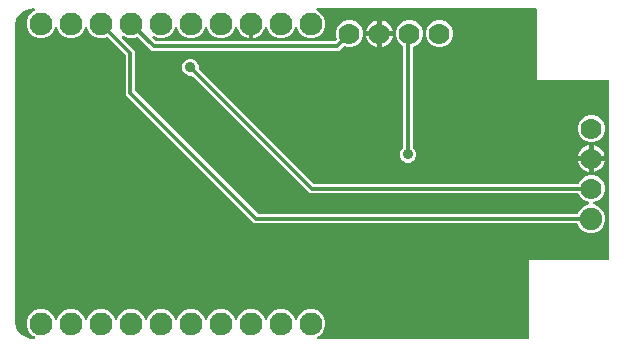
<source format=gbr>
G04 EAGLE Gerber RS-274X export*
G75*
%MOMM*%
%FSLAX34Y34*%
%LPD*%
%INBottom Copper*%
%IPPOS*%
%AMOC8*
5,1,8,0,0,1.08239X$1,22.5*%
G01*
%ADD10C,1.778000*%
%ADD11C,1.900000*%
%ADD12C,1.930400*%
%ADD13C,0.304800*%
%ADD14C,0.906400*%

G36*
X26442Y10173D02*
X26442Y10173D01*
X26528Y10175D01*
X26582Y10193D01*
X26638Y10201D01*
X26716Y10236D01*
X26798Y10262D01*
X26846Y10294D01*
X26898Y10317D01*
X26963Y10372D01*
X27034Y10420D01*
X27071Y10464D01*
X27115Y10500D01*
X27162Y10572D01*
X27217Y10638D01*
X27241Y10690D01*
X27272Y10737D01*
X27298Y10819D01*
X27333Y10898D01*
X27341Y10954D01*
X27358Y11008D01*
X27360Y11094D01*
X27372Y11179D01*
X27364Y11235D01*
X27365Y11292D01*
X27343Y11375D01*
X27331Y11461D01*
X27308Y11512D01*
X27293Y11567D01*
X27249Y11641D01*
X27214Y11720D01*
X27177Y11763D01*
X27148Y11812D01*
X27085Y11871D01*
X27030Y11936D01*
X26988Y11962D01*
X26941Y12006D01*
X26812Y12072D01*
X26745Y12114D01*
X25418Y12663D01*
X21989Y16093D01*
X20132Y20575D01*
X20132Y25425D01*
X21989Y29907D01*
X25418Y33336D01*
X29900Y35193D01*
X34750Y35193D01*
X39232Y33336D01*
X42662Y29907D01*
X44087Y26465D01*
X44102Y26440D01*
X44111Y26412D01*
X44174Y26318D01*
X44232Y26220D01*
X44253Y26200D01*
X44269Y26176D01*
X44356Y26103D01*
X44438Y26025D01*
X44464Y26012D01*
X44487Y25993D01*
X44590Y25947D01*
X44691Y25895D01*
X44720Y25889D01*
X44747Y25877D01*
X44859Y25862D01*
X44970Y25840D01*
X44999Y25842D01*
X45028Y25838D01*
X45140Y25855D01*
X45253Y25864D01*
X45280Y25875D01*
X45310Y25879D01*
X45413Y25926D01*
X45518Y25966D01*
X45542Y25984D01*
X45569Y25996D01*
X45655Y26070D01*
X45745Y26138D01*
X45763Y26161D01*
X45785Y26180D01*
X45827Y26247D01*
X45915Y26366D01*
X45937Y26424D01*
X45963Y26465D01*
X47388Y29907D01*
X50818Y33336D01*
X55300Y35193D01*
X60150Y35193D01*
X64632Y33336D01*
X68062Y29907D01*
X69487Y26465D01*
X69502Y26440D01*
X69511Y26412D01*
X69574Y26318D01*
X69632Y26220D01*
X69653Y26200D01*
X69669Y26176D01*
X69756Y26103D01*
X69838Y26025D01*
X69864Y26012D01*
X69887Y25993D01*
X69990Y25947D01*
X70091Y25895D01*
X70120Y25889D01*
X70147Y25877D01*
X70259Y25862D01*
X70370Y25840D01*
X70399Y25842D01*
X70428Y25838D01*
X70540Y25855D01*
X70653Y25864D01*
X70680Y25875D01*
X70709Y25879D01*
X70813Y25926D01*
X70918Y25966D01*
X70942Y25984D01*
X70969Y25996D01*
X71055Y26069D01*
X71145Y26138D01*
X71163Y26161D01*
X71185Y26180D01*
X71227Y26247D01*
X71315Y26366D01*
X71337Y26424D01*
X71363Y26465D01*
X72788Y29907D01*
X76218Y33336D01*
X80700Y35193D01*
X85550Y35193D01*
X90032Y33336D01*
X93462Y29907D01*
X94887Y26465D01*
X94902Y26440D01*
X94911Y26412D01*
X94974Y26318D01*
X95032Y26220D01*
X95053Y26200D01*
X95069Y26176D01*
X95156Y26103D01*
X95238Y26025D01*
X95264Y26012D01*
X95287Y25993D01*
X95390Y25947D01*
X95491Y25895D01*
X95520Y25889D01*
X95547Y25877D01*
X95659Y25862D01*
X95770Y25840D01*
X95799Y25842D01*
X95828Y25838D01*
X95940Y25855D01*
X96053Y25864D01*
X96080Y25875D01*
X96109Y25879D01*
X96213Y25926D01*
X96318Y25966D01*
X96342Y25984D01*
X96369Y25996D01*
X96455Y26069D01*
X96545Y26138D01*
X96563Y26161D01*
X96585Y26180D01*
X96627Y26247D01*
X96715Y26366D01*
X96737Y26424D01*
X96763Y26465D01*
X98188Y29907D01*
X101618Y33336D01*
X106100Y35193D01*
X110950Y35193D01*
X115432Y33336D01*
X118862Y29907D01*
X120287Y26465D01*
X120302Y26440D01*
X120311Y26412D01*
X120374Y26318D01*
X120432Y26220D01*
X120453Y26200D01*
X120469Y26176D01*
X120556Y26103D01*
X120638Y26025D01*
X120664Y26012D01*
X120687Y25993D01*
X120790Y25947D01*
X120891Y25895D01*
X120920Y25889D01*
X120947Y25877D01*
X121059Y25862D01*
X121170Y25840D01*
X121199Y25842D01*
X121228Y25838D01*
X121340Y25855D01*
X121453Y25864D01*
X121480Y25875D01*
X121509Y25879D01*
X121613Y25926D01*
X121718Y25966D01*
X121742Y25984D01*
X121769Y25996D01*
X121855Y26069D01*
X121945Y26138D01*
X121963Y26161D01*
X121985Y26180D01*
X122027Y26247D01*
X122115Y26366D01*
X122137Y26424D01*
X122163Y26465D01*
X123588Y29907D01*
X127018Y33336D01*
X131500Y35193D01*
X136350Y35193D01*
X140832Y33336D01*
X144262Y29907D01*
X145687Y26465D01*
X145702Y26440D01*
X145711Y26412D01*
X145774Y26318D01*
X145832Y26220D01*
X145853Y26200D01*
X145869Y26176D01*
X145956Y26103D01*
X146038Y26025D01*
X146064Y26012D01*
X146087Y25993D01*
X146190Y25947D01*
X146291Y25895D01*
X146320Y25889D01*
X146347Y25877D01*
X146459Y25862D01*
X146570Y25840D01*
X146599Y25842D01*
X146628Y25838D01*
X146740Y25855D01*
X146853Y25864D01*
X146880Y25875D01*
X146909Y25879D01*
X147013Y25926D01*
X147118Y25966D01*
X147142Y25984D01*
X147169Y25996D01*
X147255Y26069D01*
X147345Y26138D01*
X147363Y26161D01*
X147385Y26180D01*
X147427Y26247D01*
X147515Y26366D01*
X147537Y26424D01*
X147563Y26465D01*
X148988Y29907D01*
X152418Y33336D01*
X156900Y35193D01*
X161750Y35193D01*
X166232Y33336D01*
X169662Y29907D01*
X171087Y26465D01*
X171102Y26440D01*
X171111Y26412D01*
X171174Y26318D01*
X171232Y26220D01*
X171253Y26200D01*
X171269Y26176D01*
X171356Y26103D01*
X171438Y26025D01*
X171464Y26012D01*
X171487Y25993D01*
X171590Y25947D01*
X171691Y25895D01*
X171720Y25889D01*
X171747Y25877D01*
X171859Y25862D01*
X171970Y25840D01*
X171999Y25842D01*
X172028Y25838D01*
X172140Y25855D01*
X172253Y25864D01*
X172280Y25875D01*
X172309Y25879D01*
X172413Y25926D01*
X172518Y25966D01*
X172542Y25984D01*
X172569Y25996D01*
X172655Y26069D01*
X172745Y26138D01*
X172763Y26161D01*
X172785Y26180D01*
X172827Y26247D01*
X172915Y26366D01*
X172937Y26424D01*
X172963Y26465D01*
X174388Y29907D01*
X177818Y33336D01*
X182300Y35193D01*
X187150Y35193D01*
X191632Y33336D01*
X195062Y29907D01*
X196487Y26465D01*
X196502Y26440D01*
X196511Y26412D01*
X196574Y26318D01*
X196632Y26220D01*
X196653Y26200D01*
X196669Y26176D01*
X196756Y26103D01*
X196838Y26025D01*
X196864Y26012D01*
X196887Y25993D01*
X196990Y25947D01*
X197091Y25895D01*
X197120Y25889D01*
X197147Y25877D01*
X197259Y25862D01*
X197370Y25840D01*
X197399Y25842D01*
X197428Y25838D01*
X197540Y25855D01*
X197653Y25864D01*
X197680Y25875D01*
X197709Y25879D01*
X197813Y25926D01*
X197918Y25966D01*
X197942Y25984D01*
X197969Y25996D01*
X198055Y26069D01*
X198145Y26138D01*
X198163Y26161D01*
X198185Y26180D01*
X198227Y26247D01*
X198315Y26366D01*
X198337Y26424D01*
X198363Y26465D01*
X199788Y29907D01*
X203218Y33336D01*
X207700Y35193D01*
X212550Y35193D01*
X217032Y33336D01*
X220462Y29907D01*
X221887Y26465D01*
X221902Y26440D01*
X221911Y26412D01*
X221974Y26318D01*
X222032Y26220D01*
X222053Y26200D01*
X222069Y26176D01*
X222156Y26103D01*
X222238Y26025D01*
X222264Y26012D01*
X222287Y25993D01*
X222390Y25947D01*
X222491Y25895D01*
X222520Y25889D01*
X222547Y25877D01*
X222659Y25862D01*
X222770Y25840D01*
X222799Y25842D01*
X222828Y25838D01*
X222940Y25855D01*
X223053Y25864D01*
X223080Y25875D01*
X223109Y25879D01*
X223213Y25926D01*
X223318Y25966D01*
X223342Y25984D01*
X223369Y25996D01*
X223455Y26069D01*
X223545Y26138D01*
X223563Y26161D01*
X223585Y26180D01*
X223627Y26247D01*
X223715Y26366D01*
X223737Y26424D01*
X223763Y26465D01*
X225188Y29907D01*
X228618Y33336D01*
X233100Y35193D01*
X237950Y35193D01*
X242432Y33336D01*
X245862Y29907D01*
X247287Y26465D01*
X247302Y26440D01*
X247311Y26412D01*
X247374Y26318D01*
X247432Y26220D01*
X247453Y26200D01*
X247469Y26176D01*
X247556Y26103D01*
X247638Y26025D01*
X247664Y26012D01*
X247687Y25993D01*
X247790Y25947D01*
X247891Y25895D01*
X247920Y25889D01*
X247947Y25877D01*
X248059Y25862D01*
X248170Y25840D01*
X248199Y25842D01*
X248228Y25838D01*
X248340Y25855D01*
X248453Y25864D01*
X248480Y25875D01*
X248509Y25879D01*
X248613Y25926D01*
X248718Y25966D01*
X248742Y25984D01*
X248769Y25996D01*
X248855Y26069D01*
X248945Y26138D01*
X248963Y26161D01*
X248985Y26180D01*
X249027Y26247D01*
X249115Y26366D01*
X249137Y26424D01*
X249163Y26465D01*
X250588Y29907D01*
X254018Y33336D01*
X258500Y35193D01*
X263350Y35193D01*
X267832Y33336D01*
X271261Y29907D01*
X273118Y25425D01*
X273118Y20575D01*
X271261Y16093D01*
X267832Y12663D01*
X266505Y12114D01*
X266431Y12070D01*
X266352Y12035D01*
X266309Y11998D01*
X266260Y11969D01*
X266201Y11907D01*
X266135Y11851D01*
X266104Y11804D01*
X266065Y11763D01*
X266026Y11686D01*
X265978Y11615D01*
X265961Y11561D01*
X265935Y11510D01*
X265918Y11426D01*
X265892Y11344D01*
X265891Y11287D01*
X265880Y11231D01*
X265887Y11146D01*
X265885Y11060D01*
X265899Y11005D01*
X265904Y10948D01*
X265935Y10867D01*
X265957Y10785D01*
X265986Y10736D01*
X266006Y10683D01*
X266058Y10614D01*
X266102Y10540D01*
X266143Y10501D01*
X266178Y10456D01*
X266247Y10404D01*
X266309Y10346D01*
X266360Y10320D01*
X266405Y10286D01*
X266486Y10255D01*
X266562Y10216D01*
X266611Y10208D01*
X266671Y10185D01*
X266816Y10174D01*
X266893Y10161D01*
X444500Y10161D01*
X444558Y10169D01*
X444616Y10167D01*
X444698Y10189D01*
X444782Y10201D01*
X444835Y10224D01*
X444891Y10239D01*
X444964Y10282D01*
X445041Y10317D01*
X445086Y10355D01*
X445136Y10384D01*
X445194Y10446D01*
X445258Y10500D01*
X445290Y10549D01*
X445330Y10592D01*
X445369Y10667D01*
X445416Y10737D01*
X445433Y10793D01*
X445460Y10845D01*
X445471Y10913D01*
X445501Y11008D01*
X445504Y11108D01*
X445515Y11176D01*
X445515Y76455D01*
X512054Y76455D01*
X512112Y76463D01*
X512170Y76461D01*
X512252Y76483D01*
X512336Y76495D01*
X512389Y76519D01*
X512445Y76533D01*
X512518Y76576D01*
X512595Y76611D01*
X512640Y76649D01*
X512690Y76679D01*
X512748Y76740D01*
X512812Y76795D01*
X512844Y76843D01*
X512884Y76886D01*
X512923Y76961D01*
X512970Y77031D01*
X512987Y77087D01*
X513014Y77139D01*
X513025Y77207D01*
X513055Y77302D01*
X513058Y77402D01*
X513069Y77470D01*
X513069Y228600D01*
X513061Y228658D01*
X513063Y228716D01*
X513041Y228798D01*
X513029Y228882D01*
X513006Y228935D01*
X512991Y228991D01*
X512948Y229064D01*
X512913Y229141D01*
X512875Y229186D01*
X512846Y229236D01*
X512784Y229294D01*
X512730Y229358D01*
X512681Y229390D01*
X512638Y229430D01*
X512563Y229469D01*
X512493Y229516D01*
X512437Y229533D01*
X512385Y229560D01*
X512317Y229571D01*
X512222Y229601D01*
X512122Y229604D01*
X512054Y229615D01*
X451865Y229615D01*
X451865Y288824D01*
X451857Y288882D01*
X451859Y288940D01*
X451837Y289022D01*
X451825Y289106D01*
X451802Y289159D01*
X451787Y289215D01*
X451744Y289288D01*
X451709Y289365D01*
X451671Y289410D01*
X451642Y289460D01*
X451580Y289518D01*
X451526Y289582D01*
X451477Y289614D01*
X451434Y289654D01*
X451359Y289693D01*
X451289Y289740D01*
X451233Y289757D01*
X451181Y289784D01*
X451113Y289795D01*
X451018Y289825D01*
X450918Y289828D01*
X450850Y289839D01*
X266411Y289839D01*
X266325Y289827D01*
X266240Y289825D01*
X266185Y289807D01*
X266129Y289799D01*
X266051Y289764D01*
X265969Y289738D01*
X265922Y289706D01*
X265870Y289683D01*
X265804Y289628D01*
X265733Y289580D01*
X265696Y289536D01*
X265653Y289500D01*
X265605Y289428D01*
X265550Y289362D01*
X265527Y289310D01*
X265495Y289263D01*
X265469Y289181D01*
X265434Y289102D01*
X265426Y289046D01*
X265409Y288992D01*
X265407Y288906D01*
X265395Y288821D01*
X265403Y288765D01*
X265402Y288708D01*
X265424Y288625D01*
X265436Y288539D01*
X265459Y288488D01*
X265474Y288433D01*
X265518Y288359D01*
X265553Y288280D01*
X265590Y288237D01*
X265619Y288188D01*
X265682Y288129D01*
X265737Y288064D01*
X265779Y288038D01*
X265826Y287994D01*
X265956Y287928D01*
X266022Y287886D01*
X267832Y287137D01*
X271261Y283707D01*
X273118Y279225D01*
X273118Y274375D01*
X271261Y269893D01*
X267832Y266464D01*
X263350Y264607D01*
X258500Y264607D01*
X254018Y266464D01*
X250588Y269893D01*
X249163Y273335D01*
X249148Y273360D01*
X249139Y273388D01*
X249076Y273482D01*
X249018Y273580D01*
X248997Y273600D01*
X248981Y273624D01*
X248894Y273697D01*
X248812Y273775D01*
X248786Y273788D01*
X248763Y273807D01*
X248660Y273853D01*
X248559Y273905D01*
X248530Y273911D01*
X248503Y273923D01*
X248391Y273938D01*
X248280Y273960D01*
X248251Y273958D01*
X248222Y273962D01*
X248110Y273945D01*
X247997Y273936D01*
X247970Y273925D01*
X247941Y273921D01*
X247837Y273874D01*
X247732Y273834D01*
X247708Y273816D01*
X247681Y273804D01*
X247595Y273731D01*
X247505Y273662D01*
X247487Y273639D01*
X247465Y273620D01*
X247424Y273553D01*
X247335Y273434D01*
X247313Y273376D01*
X247287Y273335D01*
X245861Y269893D01*
X242432Y266464D01*
X237950Y264607D01*
X233100Y264607D01*
X228618Y266464D01*
X225189Y269893D01*
X223727Y273422D01*
X223692Y273482D01*
X223666Y273546D01*
X223620Y273604D01*
X223582Y273667D01*
X223532Y273714D01*
X223489Y273769D01*
X223429Y273811D01*
X223376Y273862D01*
X223314Y273894D01*
X223258Y273934D01*
X223188Y273959D01*
X223123Y273992D01*
X223055Y274006D01*
X222990Y274029D01*
X222916Y274033D01*
X222844Y274047D01*
X222775Y274041D01*
X222706Y274045D01*
X222634Y274029D01*
X222561Y274023D01*
X222496Y273998D01*
X222429Y273983D01*
X222364Y273947D01*
X222295Y273921D01*
X222240Y273879D01*
X222180Y273846D01*
X222127Y273794D01*
X222069Y273749D01*
X222027Y273694D01*
X221978Y273645D01*
X221950Y273590D01*
X221899Y273522D01*
X221858Y273413D01*
X221823Y273347D01*
X221424Y272120D01*
X220553Y270410D01*
X219425Y268857D01*
X218068Y267500D01*
X216515Y266372D01*
X214805Y265501D01*
X212980Y264907D01*
X212156Y264777D01*
X212156Y275784D01*
X212148Y275842D01*
X212150Y275900D01*
X212128Y275982D01*
X212116Y276065D01*
X212092Y276119D01*
X212078Y276175D01*
X212035Y276248D01*
X212000Y276325D01*
X211962Y276369D01*
X211932Y276420D01*
X211871Y276477D01*
X211816Y276542D01*
X211768Y276574D01*
X211725Y276614D01*
X211650Y276653D01*
X211580Y276699D01*
X211524Y276717D01*
X211472Y276744D01*
X211404Y276755D01*
X211309Y276785D01*
X211209Y276788D01*
X211141Y276799D01*
X209109Y276799D01*
X209051Y276791D01*
X208993Y276792D01*
X208911Y276771D01*
X208828Y276759D01*
X208774Y276735D01*
X208718Y276721D01*
X208645Y276678D01*
X208568Y276643D01*
X208523Y276605D01*
X208473Y276575D01*
X208415Y276514D01*
X208351Y276459D01*
X208319Y276411D01*
X208279Y276368D01*
X208240Y276293D01*
X208194Y276223D01*
X208176Y276167D01*
X208149Y276115D01*
X208138Y276047D01*
X208108Y275952D01*
X208105Y275852D01*
X208094Y275784D01*
X208094Y264777D01*
X207270Y264907D01*
X205445Y265501D01*
X203735Y266372D01*
X202182Y267500D01*
X200825Y268857D01*
X199697Y270410D01*
X198826Y272120D01*
X198427Y273347D01*
X198396Y273409D01*
X198375Y273475D01*
X198334Y273537D01*
X198302Y273603D01*
X198255Y273654D01*
X198217Y273711D01*
X198160Y273759D01*
X198111Y273813D01*
X198052Y273850D01*
X197999Y273894D01*
X197932Y273924D01*
X197869Y273963D01*
X197803Y273982D01*
X197740Y274010D01*
X197667Y274020D01*
X197596Y274040D01*
X197526Y274039D01*
X197458Y274049D01*
X197385Y274038D01*
X197311Y274038D01*
X197245Y274018D01*
X197177Y274008D01*
X197110Y273978D01*
X197039Y273957D01*
X196980Y273919D01*
X196918Y273891D01*
X196861Y273843D01*
X196799Y273804D01*
X196754Y273752D01*
X196701Y273707D01*
X196668Y273654D01*
X196612Y273590D01*
X196563Y273485D01*
X196523Y273422D01*
X195061Y269893D01*
X191632Y266464D01*
X187150Y264607D01*
X182300Y264607D01*
X177818Y266464D01*
X174388Y269893D01*
X172963Y273335D01*
X172948Y273360D01*
X172939Y273388D01*
X172876Y273482D01*
X172818Y273580D01*
X172797Y273600D01*
X172781Y273624D01*
X172694Y273697D01*
X172612Y273775D01*
X172586Y273788D01*
X172563Y273807D01*
X172460Y273853D01*
X172359Y273905D01*
X172330Y273911D01*
X172303Y273923D01*
X172191Y273938D01*
X172080Y273960D01*
X172051Y273958D01*
X172022Y273962D01*
X171910Y273945D01*
X171797Y273936D01*
X171770Y273925D01*
X171741Y273921D01*
X171637Y273874D01*
X171532Y273834D01*
X171508Y273816D01*
X171481Y273804D01*
X171395Y273731D01*
X171305Y273662D01*
X171287Y273639D01*
X171265Y273620D01*
X171224Y273553D01*
X171135Y273434D01*
X171113Y273376D01*
X171087Y273335D01*
X169661Y269893D01*
X166232Y266464D01*
X161750Y264607D01*
X156900Y264607D01*
X152418Y266464D01*
X148988Y269893D01*
X147563Y273335D01*
X147548Y273360D01*
X147539Y273388D01*
X147476Y273482D01*
X147418Y273580D01*
X147397Y273600D01*
X147381Y273624D01*
X147294Y273697D01*
X147212Y273775D01*
X147186Y273788D01*
X147163Y273807D01*
X147060Y273853D01*
X146959Y273905D01*
X146930Y273911D01*
X146903Y273923D01*
X146791Y273938D01*
X146680Y273960D01*
X146651Y273958D01*
X146622Y273962D01*
X146510Y273945D01*
X146397Y273936D01*
X146370Y273925D01*
X146341Y273921D01*
X146237Y273874D01*
X146132Y273834D01*
X146108Y273816D01*
X146081Y273804D01*
X145995Y273731D01*
X145905Y273662D01*
X145887Y273639D01*
X145865Y273620D01*
X145824Y273553D01*
X145735Y273434D01*
X145713Y273376D01*
X145687Y273335D01*
X144261Y269893D01*
X140832Y266464D01*
X136350Y264607D01*
X131500Y264607D01*
X127964Y266072D01*
X127881Y266093D01*
X127800Y266124D01*
X127744Y266129D01*
X127688Y266143D01*
X127603Y266140D01*
X127517Y266148D01*
X127461Y266136D01*
X127404Y266135D01*
X127322Y266109D01*
X127238Y266092D01*
X127188Y266065D01*
X127134Y266048D01*
X127062Y266000D01*
X126986Y265961D01*
X126945Y265921D01*
X126897Y265890D01*
X126842Y265824D01*
X126780Y265765D01*
X126751Y265716D01*
X126714Y265672D01*
X126680Y265594D01*
X126636Y265520D01*
X126622Y265464D01*
X126599Y265412D01*
X126587Y265327D01*
X126566Y265244D01*
X126568Y265187D01*
X126560Y265131D01*
X126572Y265046D01*
X126575Y264960D01*
X126593Y264906D01*
X126601Y264849D01*
X126636Y264771D01*
X126662Y264689D01*
X126691Y264649D01*
X126718Y264590D01*
X126812Y264480D01*
X126857Y264416D01*
X129101Y262172D01*
X129171Y262120D01*
X129235Y262060D01*
X129284Y262034D01*
X129329Y262001D01*
X129410Y261970D01*
X129488Y261930D01*
X129536Y261922D01*
X129594Y261900D01*
X129742Y261888D01*
X129819Y261875D01*
X280746Y261875D01*
X280832Y261887D01*
X280920Y261890D01*
X280972Y261907D01*
X281027Y261915D01*
X281107Y261950D01*
X281190Y261977D01*
X281230Y262005D01*
X281287Y262031D01*
X281400Y262127D01*
X281464Y262172D01*
X282538Y263246D01*
X282539Y263248D01*
X282540Y263249D01*
X282625Y263362D01*
X282709Y263474D01*
X282709Y263475D01*
X282710Y263476D01*
X282760Y263607D01*
X282810Y263739D01*
X282810Y263741D01*
X282811Y263742D01*
X282815Y263798D01*
X282818Y263805D01*
X282818Y263838D01*
X282822Y263877D01*
X282834Y264022D01*
X282833Y264024D01*
X282833Y264026D01*
X282830Y264041D01*
X282824Y264069D01*
X282825Y264090D01*
X282805Y264167D01*
X282778Y264301D01*
X282764Y264328D01*
X282758Y264353D01*
X282019Y266136D01*
X282019Y270684D01*
X283760Y274885D01*
X286975Y278100D01*
X291176Y279841D01*
X295724Y279841D01*
X299925Y278100D01*
X303140Y274885D01*
X304881Y270684D01*
X304881Y266136D01*
X303140Y261935D01*
X299925Y258720D01*
X295724Y256979D01*
X291176Y256979D01*
X289393Y257718D01*
X289391Y257718D01*
X289390Y257719D01*
X289257Y257753D01*
X289117Y257789D01*
X289116Y257789D01*
X289114Y257789D01*
X288974Y257785D01*
X288833Y257781D01*
X288832Y257780D01*
X288830Y257780D01*
X288697Y257737D01*
X288563Y257694D01*
X288561Y257693D01*
X288560Y257693D01*
X288548Y257684D01*
X288326Y257536D01*
X288307Y257512D01*
X288286Y257498D01*
X284534Y253745D01*
X126031Y253745D01*
X114272Y265505D01*
X114271Y265506D01*
X114270Y265507D01*
X114159Y265589D01*
X114045Y265676D01*
X114043Y265676D01*
X114042Y265677D01*
X113910Y265727D01*
X113779Y265777D01*
X113777Y265777D01*
X113776Y265778D01*
X113631Y265789D01*
X113496Y265800D01*
X113494Y265800D01*
X113493Y265800D01*
X113477Y265797D01*
X113217Y265745D01*
X113190Y265730D01*
X113165Y265725D01*
X110950Y264807D01*
X106100Y264807D01*
X102222Y266413D01*
X102139Y266435D01*
X102059Y266465D01*
X102002Y266470D01*
X101947Y266484D01*
X101861Y266482D01*
X101776Y266489D01*
X101720Y266478D01*
X101663Y266476D01*
X101581Y266450D01*
X101497Y266433D01*
X101446Y266407D01*
X101392Y266389D01*
X101321Y266342D01*
X101244Y266302D01*
X101203Y266263D01*
X101156Y266231D01*
X101101Y266165D01*
X101038Y266106D01*
X101010Y266057D01*
X100973Y266014D01*
X100938Y265935D01*
X100895Y265861D01*
X100881Y265806D01*
X100857Y265754D01*
X100846Y265669D01*
X100825Y265585D01*
X100826Y265529D01*
X100819Y265472D01*
X100831Y265387D01*
X100834Y265301D01*
X100851Y265247D01*
X100859Y265191D01*
X100895Y265113D01*
X100921Y265031D01*
X100950Y264990D01*
X100976Y264932D01*
X101070Y264821D01*
X101116Y264757D01*
X109336Y256537D01*
X112015Y253859D01*
X112015Y220544D01*
X112027Y220458D01*
X112030Y220370D01*
X112047Y220317D01*
X112055Y220263D01*
X112090Y220183D01*
X112117Y220100D01*
X112145Y220060D01*
X112171Y220003D01*
X112267Y219890D01*
X112312Y219826D01*
X215876Y116262D01*
X215946Y116210D01*
X216010Y116150D01*
X216059Y116124D01*
X216104Y116091D01*
X216185Y116060D01*
X216263Y116020D01*
X216311Y116012D01*
X216369Y115990D01*
X216517Y115978D01*
X216594Y115965D01*
X486131Y115965D01*
X486132Y115965D01*
X486134Y115965D01*
X486274Y115985D01*
X486412Y116005D01*
X486413Y116005D01*
X486415Y116005D01*
X486541Y116062D01*
X486671Y116121D01*
X486673Y116122D01*
X486674Y116123D01*
X486781Y116214D01*
X486888Y116304D01*
X486889Y116306D01*
X486891Y116307D01*
X486899Y116320D01*
X487046Y116541D01*
X487055Y116570D01*
X487068Y116591D01*
X487950Y118721D01*
X491337Y122108D01*
X495887Y123992D01*
X495912Y124007D01*
X495940Y124016D01*
X496034Y124079D01*
X496132Y124137D01*
X496152Y124158D01*
X496176Y124174D01*
X496249Y124261D01*
X496327Y124343D01*
X496341Y124369D01*
X496359Y124392D01*
X496406Y124496D01*
X496457Y124596D01*
X496463Y124625D01*
X496475Y124652D01*
X496490Y124764D01*
X496512Y124875D01*
X496510Y124904D01*
X496514Y124933D01*
X496498Y125046D01*
X496488Y125158D01*
X496477Y125186D01*
X496473Y125215D01*
X496427Y125318D01*
X496386Y125424D01*
X496368Y125447D01*
X496356Y125474D01*
X496283Y125560D01*
X496214Y125650D01*
X496191Y125668D01*
X496172Y125690D01*
X496105Y125732D01*
X495987Y125820D01*
X495928Y125843D01*
X495887Y125868D01*
X491683Y127609D01*
X488468Y130825D01*
X487729Y132609D01*
X487728Y132610D01*
X487728Y132611D01*
X487657Y132730D01*
X487584Y132853D01*
X487583Y132854D01*
X487582Y132856D01*
X487478Y132953D01*
X487378Y133049D01*
X487376Y133049D01*
X487375Y133050D01*
X487249Y133115D01*
X487125Y133179D01*
X487123Y133179D01*
X487122Y133180D01*
X487107Y133182D01*
X486846Y133234D01*
X486815Y133231D01*
X486791Y133235D01*
X259796Y133235D01*
X160372Y232660D01*
X160302Y232712D01*
X160238Y232772D01*
X160189Y232798D01*
X160144Y232831D01*
X160063Y232862D01*
X159985Y232902D01*
X159937Y232910D01*
X159879Y232932D01*
X159731Y232944D01*
X159654Y232957D01*
X157343Y232957D01*
X154744Y234034D01*
X152754Y236024D01*
X151677Y238623D01*
X151677Y241437D01*
X152754Y244036D01*
X154744Y246026D01*
X157343Y247103D01*
X160157Y247103D01*
X162756Y246026D01*
X164746Y244036D01*
X165823Y241437D01*
X165823Y239126D01*
X165835Y239040D01*
X165838Y238952D01*
X165855Y238900D01*
X165863Y238845D01*
X165898Y238765D01*
X165925Y238682D01*
X165953Y238642D01*
X165979Y238585D01*
X166075Y238472D01*
X166120Y238408D01*
X262866Y141662D01*
X262936Y141610D01*
X263000Y141550D01*
X263049Y141524D01*
X263094Y141491D01*
X263175Y141460D01*
X263253Y141420D01*
X263301Y141412D01*
X263359Y141390D01*
X263507Y141378D01*
X263584Y141365D01*
X486791Y141365D01*
X486792Y141365D01*
X486794Y141365D01*
X486934Y141385D01*
X487072Y141405D01*
X487074Y141405D01*
X487075Y141405D01*
X487201Y141462D01*
X487332Y141521D01*
X487333Y141522D01*
X487334Y141523D01*
X487441Y141614D01*
X487549Y141704D01*
X487550Y141706D01*
X487551Y141707D01*
X487559Y141720D01*
X487706Y141941D01*
X487716Y141970D01*
X487729Y141991D01*
X488468Y143775D01*
X491683Y146990D01*
X495884Y148731D01*
X500432Y148731D01*
X504633Y146990D01*
X507848Y143775D01*
X509589Y139574D01*
X509589Y135026D01*
X507848Y130825D01*
X504633Y127609D01*
X500429Y125868D01*
X500404Y125853D01*
X500376Y125844D01*
X500281Y125781D01*
X500184Y125724D01*
X500164Y125702D01*
X500140Y125686D01*
X500067Y125599D01*
X499989Y125517D01*
X499975Y125491D01*
X499957Y125468D01*
X499910Y125365D01*
X499859Y125264D01*
X499853Y125235D01*
X499841Y125209D01*
X499826Y125096D01*
X499804Y124985D01*
X499806Y124956D01*
X499802Y124927D01*
X499818Y124815D01*
X499828Y124702D01*
X499839Y124675D01*
X499843Y124646D01*
X499889Y124543D01*
X499930Y124437D01*
X499948Y124413D01*
X499960Y124387D01*
X500033Y124300D01*
X500102Y124210D01*
X500125Y124193D01*
X500144Y124170D01*
X500211Y124129D01*
X500329Y124040D01*
X500388Y124018D01*
X500429Y123992D01*
X504979Y122108D01*
X508366Y118721D01*
X510199Y114295D01*
X510199Y109505D01*
X508366Y105079D01*
X504979Y101692D01*
X500553Y99859D01*
X495763Y99859D01*
X491337Y101692D01*
X487950Y105079D01*
X487068Y107209D01*
X487068Y107210D01*
X487067Y107211D01*
X486996Y107332D01*
X486924Y107453D01*
X486923Y107454D01*
X486922Y107456D01*
X486818Y107553D01*
X486717Y107649D01*
X486716Y107649D01*
X486715Y107650D01*
X486589Y107715D01*
X486465Y107779D01*
X486463Y107779D01*
X486462Y107780D01*
X486447Y107782D01*
X486186Y107834D01*
X486155Y107831D01*
X486131Y107835D01*
X212806Y107835D01*
X103885Y216756D01*
X103885Y250071D01*
X103873Y250157D01*
X103870Y250245D01*
X103853Y250297D01*
X103845Y250352D01*
X103810Y250432D01*
X103783Y250515D01*
X103755Y250555D01*
X103729Y250612D01*
X103633Y250725D01*
X103588Y250789D01*
X88872Y265505D01*
X88871Y265506D01*
X88870Y265507D01*
X88759Y265589D01*
X88645Y265676D01*
X88643Y265676D01*
X88642Y265677D01*
X88510Y265727D01*
X88379Y265777D01*
X88377Y265777D01*
X88376Y265778D01*
X88231Y265789D01*
X88096Y265800D01*
X88094Y265800D01*
X88093Y265800D01*
X88077Y265797D01*
X87817Y265745D01*
X87790Y265730D01*
X87765Y265725D01*
X85550Y264807D01*
X80700Y264807D01*
X76218Y266664D01*
X72788Y270093D01*
X71363Y273535D01*
X71348Y273560D01*
X71339Y273588D01*
X71276Y273682D01*
X71218Y273780D01*
X71197Y273800D01*
X71181Y273824D01*
X71094Y273897D01*
X71012Y273975D01*
X70986Y273988D01*
X70963Y274007D01*
X70860Y274053D01*
X70759Y274105D01*
X70730Y274111D01*
X70703Y274123D01*
X70591Y274138D01*
X70480Y274160D01*
X70451Y274158D01*
X70422Y274162D01*
X70310Y274145D01*
X70197Y274136D01*
X70170Y274125D01*
X70141Y274121D01*
X70037Y274074D01*
X69932Y274034D01*
X69908Y274016D01*
X69881Y274004D01*
X69795Y273931D01*
X69705Y273862D01*
X69687Y273839D01*
X69665Y273820D01*
X69624Y273753D01*
X69535Y273634D01*
X69513Y273577D01*
X69495Y273549D01*
X69493Y273545D01*
X69487Y273535D01*
X68061Y270093D01*
X64632Y266664D01*
X60150Y264807D01*
X55300Y264807D01*
X50818Y266664D01*
X47388Y270093D01*
X45963Y273535D01*
X45948Y273560D01*
X45939Y273588D01*
X45876Y273682D01*
X45818Y273780D01*
X45797Y273800D01*
X45781Y273824D01*
X45694Y273897D01*
X45612Y273975D01*
X45586Y273988D01*
X45563Y274007D01*
X45460Y274053D01*
X45359Y274105D01*
X45330Y274111D01*
X45303Y274123D01*
X45191Y274138D01*
X45080Y274160D01*
X45051Y274158D01*
X45022Y274162D01*
X44910Y274145D01*
X44797Y274136D01*
X44770Y274125D01*
X44741Y274121D01*
X44637Y274074D01*
X44532Y274034D01*
X44508Y274016D01*
X44481Y274004D01*
X44395Y273931D01*
X44305Y273862D01*
X44287Y273839D01*
X44265Y273820D01*
X44224Y273753D01*
X44135Y273634D01*
X44113Y273577D01*
X44095Y273549D01*
X44093Y273545D01*
X44087Y273535D01*
X42661Y270093D01*
X39232Y266664D01*
X34750Y264807D01*
X29900Y264807D01*
X25418Y266664D01*
X21989Y270093D01*
X20132Y274575D01*
X20132Y279425D01*
X21989Y283907D01*
X25418Y287337D01*
X26745Y287886D01*
X26819Y287930D01*
X26897Y287965D01*
X26941Y288002D01*
X26990Y288031D01*
X27049Y288093D01*
X27114Y288149D01*
X27146Y288196D01*
X27185Y288237D01*
X27224Y288314D01*
X27272Y288385D01*
X27289Y288439D01*
X27315Y288490D01*
X27332Y288574D01*
X27358Y288656D01*
X27359Y288713D01*
X27370Y288769D01*
X27363Y288854D01*
X27365Y288940D01*
X27351Y288995D01*
X27346Y289052D01*
X27315Y289132D01*
X27293Y289215D01*
X27264Y289264D01*
X27244Y289317D01*
X27192Y289386D01*
X27148Y289460D01*
X27107Y289499D01*
X27072Y289544D01*
X27003Y289596D01*
X26941Y289654D01*
X26890Y289680D01*
X26845Y289714D01*
X26764Y289745D01*
X26688Y289784D01*
X26639Y289792D01*
X26579Y289815D01*
X26434Y289826D01*
X26357Y289839D01*
X25400Y289839D01*
X25363Y289834D01*
X25334Y289837D01*
X23477Y289715D01*
X23357Y289690D01*
X23281Y289683D01*
X19694Y288722D01*
X19502Y288640D01*
X19449Y288620D01*
X16233Y286764D01*
X16069Y286635D01*
X16023Y286603D01*
X13397Y283977D01*
X13381Y283955D01*
X13361Y283938D01*
X13306Y283855D01*
X13272Y283810D01*
X13236Y283767D01*
X11380Y280551D01*
X11302Y280358D01*
X11278Y280306D01*
X10317Y276719D01*
X10302Y276597D01*
X10285Y276523D01*
X10163Y274666D01*
X10166Y274630D01*
X10161Y274600D01*
X10161Y25400D01*
X10166Y25363D01*
X10163Y25334D01*
X10285Y23477D01*
X10310Y23357D01*
X10317Y23281D01*
X11278Y19694D01*
X11360Y19502D01*
X11380Y19449D01*
X13236Y16233D01*
X13365Y16069D01*
X13397Y16023D01*
X16023Y13397D01*
X16190Y13272D01*
X16233Y13236D01*
X19449Y11380D01*
X19485Y11365D01*
X19518Y11343D01*
X19617Y11312D01*
X19642Y11302D01*
X19694Y11278D01*
X23281Y10317D01*
X23403Y10302D01*
X23477Y10285D01*
X25334Y10163D01*
X25370Y10166D01*
X25400Y10161D01*
X26357Y10161D01*
X26442Y10173D01*
G37*
%LPC*%
G36*
X341493Y159297D02*
X341493Y159297D01*
X338894Y160374D01*
X336904Y162364D01*
X335827Y164963D01*
X335827Y167777D01*
X336904Y170376D01*
X338538Y172010D01*
X338590Y172080D01*
X338650Y172144D01*
X338676Y172193D01*
X338709Y172237D01*
X338740Y172319D01*
X338780Y172397D01*
X338788Y172445D01*
X338810Y172503D01*
X338822Y172651D01*
X338835Y172728D01*
X338835Y257602D01*
X338835Y257604D01*
X338835Y257605D01*
X338815Y257745D01*
X338795Y257883D01*
X338795Y257885D01*
X338795Y257886D01*
X338738Y258012D01*
X338679Y258143D01*
X338678Y258144D01*
X338677Y258146D01*
X338586Y258253D01*
X338496Y258360D01*
X338494Y258361D01*
X338493Y258362D01*
X338480Y258370D01*
X338259Y258517D01*
X338230Y258527D01*
X338209Y258540D01*
X337775Y258719D01*
X334560Y261935D01*
X332819Y266136D01*
X332819Y270684D01*
X334560Y274885D01*
X337775Y278100D01*
X341976Y279841D01*
X346524Y279841D01*
X350725Y278100D01*
X353940Y274885D01*
X355681Y270684D01*
X355681Y266136D01*
X353940Y261935D01*
X350725Y258720D01*
X347591Y257422D01*
X347590Y257421D01*
X347589Y257420D01*
X347470Y257350D01*
X347347Y257277D01*
X347346Y257276D01*
X347344Y257275D01*
X347249Y257174D01*
X347151Y257070D01*
X347151Y257069D01*
X347150Y257068D01*
X347086Y256944D01*
X347021Y256818D01*
X347021Y256816D01*
X347020Y256815D01*
X347018Y256800D01*
X346966Y256539D01*
X346969Y256508D01*
X346965Y256484D01*
X346965Y172728D01*
X346977Y172642D01*
X346980Y172554D01*
X346997Y172501D01*
X347005Y172447D01*
X347040Y172367D01*
X347067Y172284D01*
X347095Y172244D01*
X347121Y172187D01*
X347217Y172074D01*
X347262Y172010D01*
X348896Y170376D01*
X349973Y167777D01*
X349973Y164963D01*
X348896Y162364D01*
X346906Y160374D01*
X344307Y159297D01*
X341493Y159297D01*
G37*
%LPD*%
%LPC*%
G36*
X367376Y256979D02*
X367376Y256979D01*
X363175Y258720D01*
X359960Y261935D01*
X358219Y266136D01*
X358219Y270684D01*
X359960Y274885D01*
X363175Y278100D01*
X367376Y279841D01*
X371924Y279841D01*
X376125Y278100D01*
X379340Y274885D01*
X381081Y270684D01*
X381081Y266136D01*
X379340Y261935D01*
X376125Y258720D01*
X371924Y256979D01*
X367376Y256979D01*
G37*
%LPD*%
%LPC*%
G36*
X495884Y176669D02*
X495884Y176669D01*
X491683Y178410D01*
X488468Y181625D01*
X486727Y185826D01*
X486727Y190374D01*
X488468Y194575D01*
X491683Y197790D01*
X495884Y199531D01*
X500432Y199531D01*
X504633Y197790D01*
X507848Y194575D01*
X509589Y190374D01*
X509589Y185826D01*
X507848Y181625D01*
X504633Y178410D01*
X500432Y176669D01*
X495884Y176669D01*
G37*
%LPD*%
%LPC*%
G36*
X500157Y164699D02*
X500157Y164699D01*
X500157Y173957D01*
X500835Y173849D01*
X502546Y173293D01*
X504149Y172476D01*
X505605Y171419D01*
X506877Y170147D01*
X507934Y168691D01*
X508751Y167088D01*
X509307Y165377D01*
X509415Y164699D01*
X500157Y164699D01*
G37*
%LPD*%
%LPC*%
G36*
X486901Y164699D02*
X486901Y164699D01*
X487009Y165377D01*
X487565Y167088D01*
X488382Y168691D01*
X489439Y170147D01*
X490711Y171419D01*
X492167Y172476D01*
X493770Y173293D01*
X495481Y173849D01*
X496159Y173957D01*
X496159Y164699D01*
X486901Y164699D01*
G37*
%LPD*%
%LPC*%
G36*
X500157Y160701D02*
X500157Y160701D01*
X509415Y160701D01*
X509307Y160023D01*
X508751Y158312D01*
X507934Y156709D01*
X506877Y155253D01*
X505605Y153981D01*
X504149Y152924D01*
X502546Y152107D01*
X500835Y151551D01*
X500157Y151443D01*
X500157Y160701D01*
G37*
%LPD*%
%LPC*%
G36*
X495481Y151551D02*
X495481Y151551D01*
X493770Y152107D01*
X492167Y152924D01*
X490711Y153981D01*
X489439Y155253D01*
X488382Y156709D01*
X487565Y158312D01*
X487009Y160023D01*
X486901Y160701D01*
X496159Y160701D01*
X496159Y151443D01*
X495481Y151551D01*
G37*
%LPD*%
%LPC*%
G36*
X320881Y270441D02*
X320881Y270441D01*
X320881Y279662D01*
X321527Y279559D01*
X323238Y279003D01*
X324841Y278186D01*
X326297Y277129D01*
X327569Y275857D01*
X328626Y274401D01*
X329443Y272798D01*
X329999Y271087D01*
X330102Y270441D01*
X320881Y270441D01*
G37*
%LPD*%
%LPC*%
G36*
X307598Y270441D02*
X307598Y270441D01*
X307701Y271087D01*
X308257Y272798D01*
X309074Y274401D01*
X310131Y275857D01*
X311403Y277129D01*
X312859Y278186D01*
X314462Y279003D01*
X316173Y279559D01*
X316819Y279662D01*
X316819Y270441D01*
X307598Y270441D01*
G37*
%LPD*%
%LPC*%
G36*
X320881Y266379D02*
X320881Y266379D01*
X330102Y266379D01*
X329999Y265733D01*
X329443Y264022D01*
X328626Y262419D01*
X327569Y260963D01*
X326297Y259691D01*
X324841Y258634D01*
X323238Y257817D01*
X321527Y257261D01*
X320881Y257158D01*
X320881Y266379D01*
G37*
%LPD*%
%LPC*%
G36*
X316173Y257261D02*
X316173Y257261D01*
X314462Y257817D01*
X312859Y258634D01*
X311403Y259691D01*
X310131Y260963D01*
X309074Y262419D01*
X308257Y264022D01*
X307701Y265733D01*
X307598Y266379D01*
X316819Y266379D01*
X316819Y257158D01*
X316173Y257261D01*
G37*
%LPD*%
%LPC*%
G36*
X318849Y268409D02*
X318849Y268409D01*
X318849Y268411D01*
X318851Y268411D01*
X318851Y268409D01*
X318849Y268409D01*
G37*
%LPD*%
D10*
X498158Y188100D03*
X498158Y162700D03*
X498158Y137300D03*
D11*
X498158Y111900D03*
D10*
X369650Y268410D03*
X344250Y268410D03*
X318850Y268410D03*
X293450Y268410D03*
D12*
X260925Y276800D03*
X235525Y276800D03*
X210125Y276800D03*
X184725Y276800D03*
X159325Y276800D03*
X133925Y276800D03*
X108525Y277000D03*
X83125Y277000D03*
X57725Y277000D03*
X32325Y277000D03*
X32325Y23000D03*
X57725Y23000D03*
X83125Y23000D03*
X108525Y23000D03*
X133925Y23000D03*
X159325Y23000D03*
X184725Y23000D03*
X210125Y23000D03*
X235525Y23000D03*
X260925Y23000D03*
D13*
X261480Y137300D02*
X498158Y137300D01*
X261480Y137300D02*
X158750Y240030D01*
D14*
X158750Y240030D03*
D13*
X107950Y252175D02*
X83125Y277000D01*
X107950Y252175D02*
X107950Y218440D01*
X214490Y111900D01*
X498158Y111900D01*
D14*
X342900Y166370D03*
D13*
X342900Y267060D01*
X344250Y268410D01*
X282850Y257810D02*
X127715Y257810D01*
X108525Y277000D01*
X282850Y257810D02*
X293450Y268410D01*
M02*

</source>
